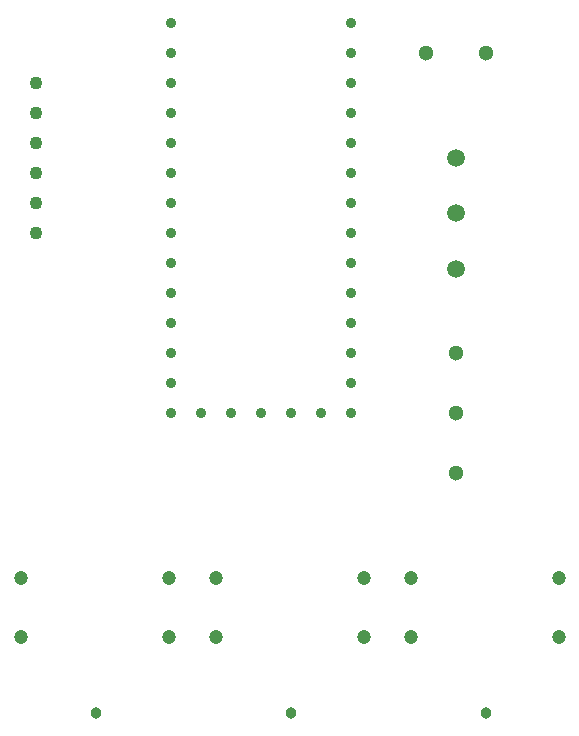
<source format=gbr>
%TF.GenerationSoftware,Novarm,DipTrace,3.3.1.3*%
%TF.CreationDate,2019-07-25T18:01:11+00:00*%
%FSLAX35Y35*%
%MOMM*%
%TF.FileFunction,Plated,1,2,PTH,Drill*%
%TF.Part,Single*%
%TA.AperFunction,ComponentDrill*%
%ADD18C,1.5*%
%ADD20C,1.3*%
%ADD46C,0.9*%
%ADD47C,1.2*%
%ADD49C,0.96533*%
%ADD50C,1.1*%
G75*
G01*
D46*
X2778000Y7223000D3*
Y6969000D3*
Y6715000D3*
Y6461000D3*
Y6207000D3*
Y5953000D3*
Y5699000D3*
Y5445000D3*
Y5191000D3*
Y4937000D3*
Y4683000D3*
Y4429000D3*
Y4175000D3*
Y3921000D3*
X4302000Y7223000D3*
Y6969000D3*
Y6715000D3*
Y6461000D3*
Y6207000D3*
Y5953000D3*
Y5699000D3*
Y5445000D3*
Y5191000D3*
Y4937000D3*
Y4683000D3*
Y4429000D3*
Y4175000D3*
Y3921000D3*
X3032000D3*
X3286000D3*
X3540000D3*
X3794000D3*
X4048000D3*
D47*
X1508000Y2524000D3*
X2758000D3*
X1508000Y2024000D3*
X2758000D3*
X3159000Y2524000D3*
X4409000D3*
X3159000Y2024000D3*
X4409000D3*
X4810000Y2524000D3*
X6060000D3*
X4810000Y2024000D3*
X6060000D3*
D20*
X5445000Y6969000D3*
X4937000D3*
X5191000Y4429000D3*
Y3921000D3*
Y3413000D3*
D49*
X2143000Y1381000D3*
X3794000D3*
X5445000D3*
D50*
X1635000Y6715000D3*
Y6461000D3*
Y6207000D3*
Y5953000D3*
Y5699000D3*
Y5445000D3*
D18*
X5191000Y6080000D3*
Y5610100D3*
Y5140200D3*
M02*

</source>
